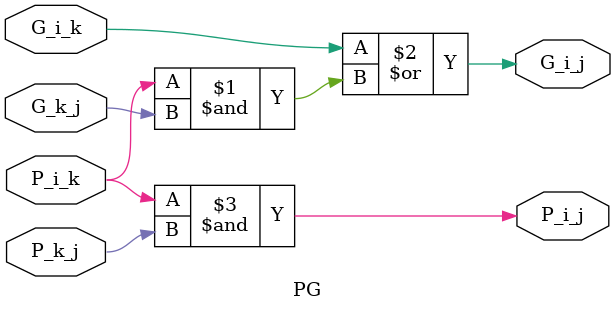
<source format=sv>
module PG (
    input wire P_i_k, G_i_k,
    input wire P_k_j, G_k_j,
    output P_i_j, G_i_j
);

assign G_i_j = G_i_k | (P_i_k & G_k_j);
assign P_i_j = P_i_k & P_k_j;

endmodule
</source>
